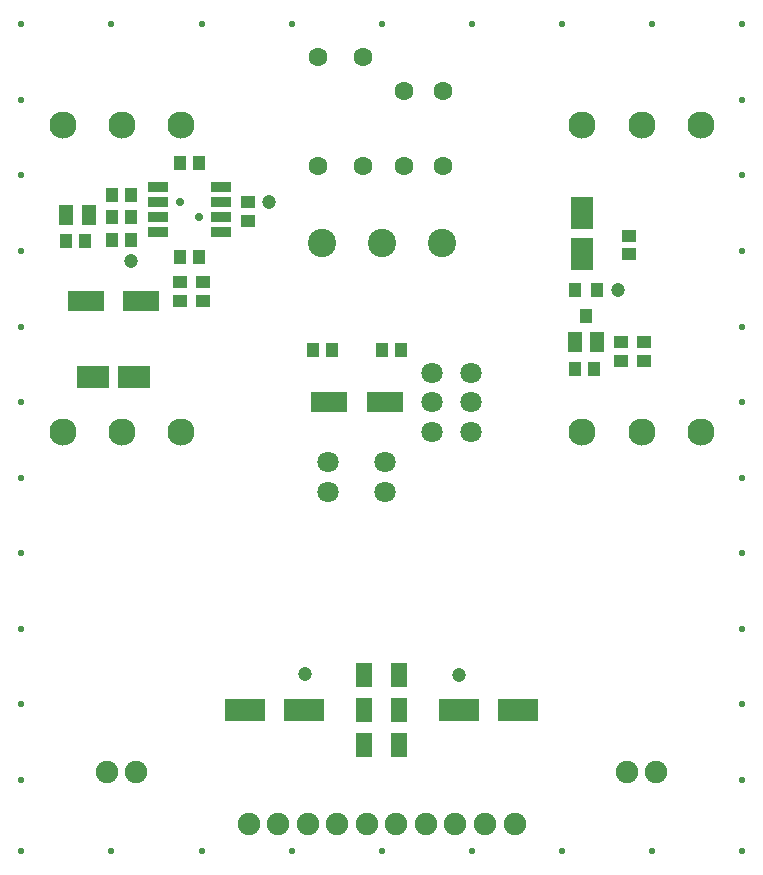
<source format=gts>
%FSLAX46Y46*%
%MOMM*%
%AMPS12*
1,1,2.300000,0.000000,0.000000*
%
%ADD12PS12*%
%AMPS23*
1,1,1.800000,0.000000,0.000000*
%
%ADD23PS23*%
%AMPS26*
1,1,1.800000,0.000000,0.000000*
%
%ADD26PS26*%
%AMPS40*
1,1,1.800000,0.000000,0.000000*
%
%ADD40PS40*%
%AMPS13*
1,1,1.900000,0.000000,0.000000*
%
%ADD13PS13*%
%AMPS34*
1,1,1.900000,0.000000,0.000000*
%
%ADD34PS34*%
%AMPS37*
1,1,2.400000,0.000000,0.000000*
%
%ADD37PS37*%
%AMPS29*
1,1,1.600000,0.000000,0.000000*
%
%ADD29PS29*%
%AMPS36*
1,1,1.600000,0.000000,0.000000*
%
%ADD36PS36*%
%AMPS16*
1,1,1.600000,0.000000,0.000000*
%
%ADD16PS16*%
%AMPS35*
1,1,1.600000,0.000000,0.000000*
%
%ADD35PS35*%
%AMPS30*
21,1,0.800000,1.750000,0.000000,0.000000,90.000000*
%
%ADD30PS30*%
%AMPS31*
21,1,0.800000,1.750000,0.000000,0.000000,270.000000*
%
%ADD31PS31*%
%AMPS33*
21,1,1.800000,2.700000,0.000000,0.000000,0.000000*
%
%ADD33PS33*%
%AMPS39*
21,1,1.800000,2.700000,0.000000,0.000000,90.000000*
%
%ADD39PS39*%
%AMPS32*
21,1,1.800000,2.700000,0.000000,0.000000,180.000000*
%
%ADD32PS32*%
%AMPS38*
21,1,1.800000,2.700000,0.000000,0.000000,270.000000*
%
%ADD38PS38*%
%AMPS25*
21,1,1.100000,1.200000,0.000000,0.000000,0.000000*
%
%ADD25PS25*%
%AMPS24*
21,1,1.100000,1.200000,0.000000,0.000000,180.000000*
%
%ADD24PS24*%
%AMPS22*
21,1,1.800000,3.400000,0.000000,0.000000,90.000000*
%
%ADD22PS22*%
%AMPS21*
21,1,1.800000,3.400000,0.000000,0.000000,270.000000*
%
%ADD21PS21*%
%AMPS27*
21,1,1.650000,1.200000,0.000000,0.000000,90.000000*
%
%ADD27PS27*%
%AMPS28*
21,1,1.650000,1.200000,0.000000,0.000000,270.000000*
%
%ADD28PS28*%
%AMPS11*
21,1,1.700000,3.000000,0.000000,0.000000,90.000000*
%
%ADD11PS11*%
%AMPS10*
21,1,1.700000,3.000000,0.000000,0.000000,270.000000*
%
%ADD10PS10*%
%AMPS15*
21,1,2.000000,1.300000,0.000000,0.000000,90.000000*
%
%ADD15PS15*%
%AMPS14*
21,1,2.000000,1.300000,0.000000,0.000000,270.000000*
%
%ADD14PS14*%
%AMPS20*
21,1,1.200000,1.100000,0.000000,0.000000,0.000000*
%
%ADD20PS20*%
%AMPS18*
21,1,1.200000,1.100000,0.000000,0.000000,90.000000*
%
%ADD18PS18*%
%AMPS19*
21,1,1.200000,1.100000,0.000000,0.000000,180.000000*
%
%ADD19PS19*%
%AMPS17*
21,1,1.200000,1.100000,0.000000,0.000000,270.000000*
%
%ADD17PS17*%
%AMPS43*
1,1,1.200000,0.000000,0.000000*
%
%ADD43PS43*%
%AMPS41*
1,1,0.550000,0.000000,0.000000*
%
%ADD41PS41*%
%AMPS42*
1,1,0.700000,0.000000,0.000000*
%
%ADD42PS42*%
G01*
%LPD*%
G01*
%LPD*%
G75*
D10*
X27050002Y39000000D03*
D11*
X31750000Y39000000D03*
D12*
X4500000Y62500000D03*
D12*
X14500000Y62500000D03*
D12*
X9500000Y62500000D03*
D13*
X20249000Y3240000D03*
D13*
X37749000Y3240000D03*
D13*
X35249000Y3240000D03*
D13*
X32749000Y3240000D03*
D13*
X27749000Y3240000D03*
D13*
X42749000Y3240000D03*
D13*
X22749000Y3240000D03*
D13*
X25249000Y3240000D03*
D13*
X40249000Y3240000D03*
D13*
X30249000Y3240000D03*
D14*
X30000000Y10000000D03*
D15*
X33000000Y10000000D03*
D16*
X26100000Y68200000D03*
D16*
X26100000Y59000000D03*
D17*
X14410000Y59285000D03*
D18*
X16010000Y59285000D03*
D19*
X16340000Y49175000D03*
D20*
X16340000Y47575000D03*
D18*
X6410000Y52610000D03*
D17*
X4810000Y52610000D03*
D19*
X52480000Y53100000D03*
D20*
X52480000Y51500000D03*
D12*
X48500000Y36500000D03*
D12*
X58500000Y36500000D03*
D12*
X53500000Y36500000D03*
D18*
X16010000Y51305000D03*
D17*
X14410000Y51305000D03*
D21*
X19950000Y12930000D03*
D22*
X24950000Y12930000D03*
D23*
X31750000Y31430000D03*
D23*
X31750000Y33970000D03*
D24*
X47860000Y48510000D03*
D25*
X48810000Y46310000D03*
D24*
X49760000Y48510000D03*
D19*
X14410000Y49175000D03*
D20*
X14410000Y47575000D03*
D26*
X39050000Y36500000D03*
D26*
X35750000Y39000000D03*
D26*
X35750000Y41500000D03*
D26*
X35750000Y36500000D03*
D26*
X39050000Y39000000D03*
D26*
X39050000Y41500000D03*
D17*
X8680000Y52730000D03*
D18*
X10280000Y52730000D03*
D21*
X38050000Y12930000D03*
D22*
X43050000Y12930000D03*
D20*
X53670000Y42460000D03*
D19*
X53670000Y44060000D03*
D27*
X49760000Y44060000D03*
D28*
X47860000Y44060000D03*
D20*
X20150000Y54330000D03*
D19*
X20150000Y55930000D03*
D11*
X11149999Y47580000D03*
D10*
X6450001Y47580000D03*
D17*
X31560000Y43390000D03*
D18*
X33160000Y43390000D03*
D29*
X33420000Y58980000D03*
D29*
X33420000Y65380000D03*
D19*
X51790000Y44060000D03*
D20*
X51790000Y42460000D03*
D17*
X8680000Y56550000D03*
D18*
X10280000Y56550000D03*
D30*
X17880000Y57200000D03*
D30*
X17880000Y54660000D03*
D30*
X17880000Y53390000D03*
D31*
X12540000Y53390000D03*
D31*
X12540000Y55930000D03*
D30*
X17880000Y55930000D03*
D31*
X12540000Y57200000D03*
D31*
X12540000Y54660000D03*
D32*
X48500000Y55000000D03*
D33*
X48500000Y51500000D03*
D34*
X10727083Y7691263D03*
D34*
X8227083Y7691263D03*
D12*
X4500000Y36500000D03*
D12*
X14500000Y36500000D03*
D12*
X9500000Y36500000D03*
D27*
X6710000Y54840000D03*
D28*
X4810000Y54840000D03*
D15*
X33000000Y15860000D03*
D14*
X30000000Y15860000D03*
D18*
X49460000Y41830000D03*
D17*
X47860000Y41830000D03*
D35*
X29890000Y59000000D03*
D35*
X29890000Y68200000D03*
D15*
X33000000Y12930000D03*
D14*
X30000000Y12930000D03*
D18*
X27260000Y43430000D03*
D17*
X25660000Y43430000D03*
D18*
X10280000Y54660000D03*
D17*
X8680000Y54660000D03*
D36*
X36670000Y65380000D03*
D36*
X36670000Y58980000D03*
D37*
X31500000Y52500000D03*
D37*
X36580000Y52500000D03*
D37*
X26420000Y52500000D03*
D12*
X48500000Y62500000D03*
D12*
X58500000Y62500000D03*
D12*
X53500000Y62500000D03*
D34*
X54737083Y7691263D03*
D34*
X52237083Y7691263D03*
D38*
X7050000Y41100000D03*
D39*
X10550000Y41100000D03*
D40*
X26950000Y33970000D03*
D40*
X26950000Y31430000D03*
D41*
X1000000Y26200000D03*
D41*
X62000000Y64600000D03*
D41*
X54375000Y71000000D03*
D41*
X46750000Y1000000D03*
D41*
X1000000Y51800000D03*
D41*
X1000000Y32600000D03*
D41*
X62000000Y13400000D03*
D41*
X46750000Y71000000D03*
D41*
X62000000Y51800000D03*
D42*
X16010000Y54660000D03*
D41*
X62000000Y1000000D03*
D41*
X8625000Y71000000D03*
D41*
X1000000Y19800000D03*
D41*
X62000000Y7000000D03*
D41*
X16250000Y1000000D03*
D41*
X62000000Y32600000D03*
D41*
X31500000Y1000000D03*
D41*
X62000000Y45400000D03*
D43*
X38050000Y15930000D03*
D41*
X1000000Y71000000D03*
D41*
X39125000Y71000000D03*
D41*
X62000000Y19800000D03*
D41*
X31500000Y71000000D03*
D41*
X62000000Y26200000D03*
D43*
X25000000Y16000000D03*
D41*
X62000000Y39000000D03*
D41*
X62000000Y58200000D03*
D41*
X1000000Y1000000D03*
D41*
X8625000Y1000000D03*
D41*
X1000000Y7000000D03*
D41*
X1000000Y45400000D03*
D41*
X1000000Y58200000D03*
D41*
X23875000Y71000000D03*
D42*
X14410000Y55930000D03*
D41*
X54375000Y1000000D03*
D43*
X22000000Y55930000D03*
D41*
X23875000Y1000000D03*
D41*
X1000000Y39000000D03*
D41*
X1000000Y13400000D03*
D41*
X16250000Y71000000D03*
D43*
X10280000Y50930000D03*
D41*
X39125000Y1000000D03*
D41*
X62000000Y71000000D03*
D43*
X51530000Y48510000D03*
D41*
X1000000Y64600000D03*
M02*

</source>
